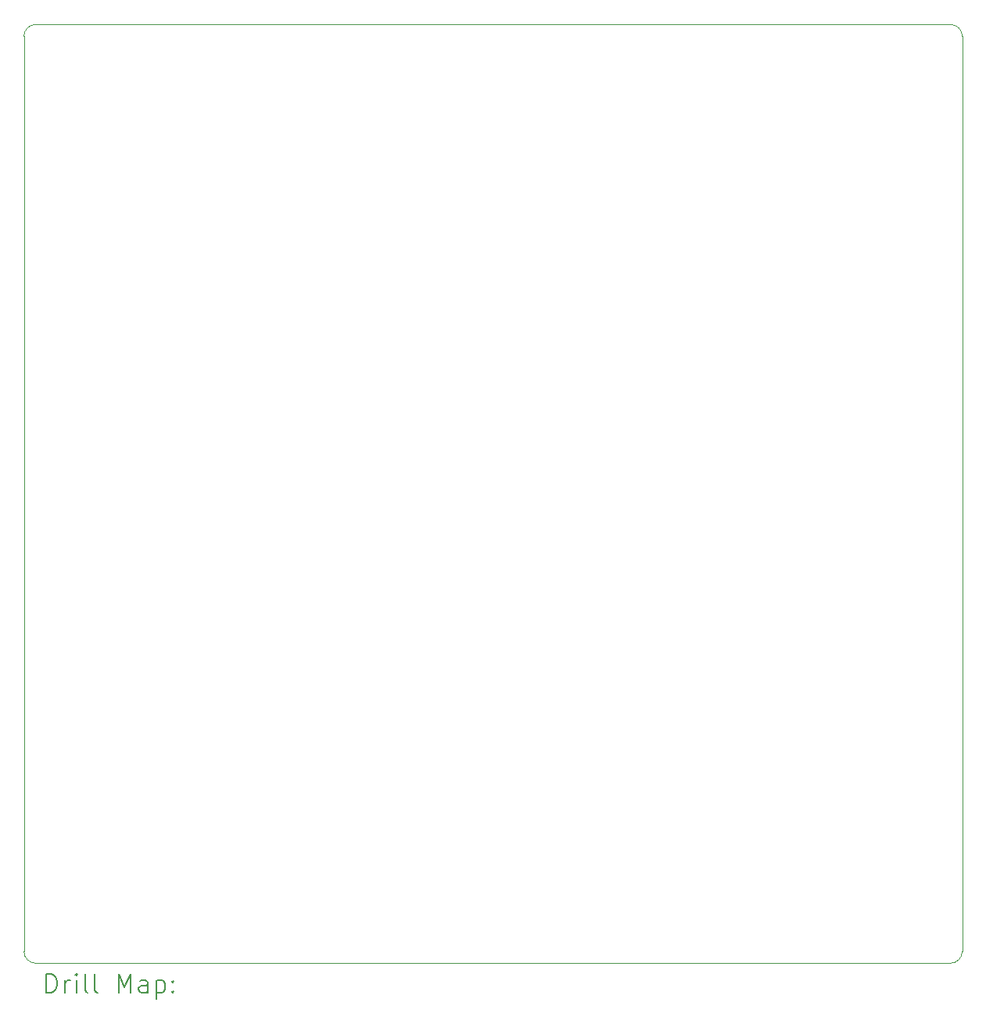
<source format=gbr>
%TF.GenerationSoftware,KiCad,Pcbnew,7.0.2*%
%TF.CreationDate,2024-03-28T21:29:17-05:00*%
%TF.ProjectId,Relay_board_hardware,52656c61-795f-4626-9f61-72645f686172,rev?*%
%TF.SameCoordinates,Original*%
%TF.FileFunction,Drillmap*%
%TF.FilePolarity,Positive*%
%FSLAX45Y45*%
G04 Gerber Fmt 4.5, Leading zero omitted, Abs format (unit mm)*
G04 Created by KiCad (PCBNEW 7.0.2) date 2024-03-28 21:29:17*
%MOMM*%
%LPD*%
G01*
G04 APERTURE LIST*
%ADD10C,0.100000*%
%ADD11C,0.200000*%
G04 APERTURE END LIST*
D10*
X10160000Y-5207000D02*
X10160000Y-15113000D01*
X10287000Y-15240000D02*
X20193000Y-15240000D01*
X10160000Y-15113000D02*
G75*
G03*
X10287000Y-15240000I127000J0D01*
G01*
X10287000Y-5080000D02*
X20193000Y-5080000D01*
X20193000Y-15240000D02*
G75*
G03*
X20320000Y-15113000I0J127000D01*
G01*
X20320000Y-15113000D02*
X20320000Y-5207000D01*
X20320000Y-5207000D02*
G75*
G03*
X20193000Y-5080000I-127000J0D01*
G01*
X10287000Y-5080000D02*
G75*
G03*
X10160000Y-5207000I0J-127000D01*
G01*
D11*
X10402619Y-15557524D02*
X10402619Y-15357524D01*
X10402619Y-15357524D02*
X10450238Y-15357524D01*
X10450238Y-15357524D02*
X10478810Y-15367048D01*
X10478810Y-15367048D02*
X10497857Y-15386095D01*
X10497857Y-15386095D02*
X10507381Y-15405143D01*
X10507381Y-15405143D02*
X10516905Y-15443238D01*
X10516905Y-15443238D02*
X10516905Y-15471809D01*
X10516905Y-15471809D02*
X10507381Y-15509905D01*
X10507381Y-15509905D02*
X10497857Y-15528952D01*
X10497857Y-15528952D02*
X10478810Y-15548000D01*
X10478810Y-15548000D02*
X10450238Y-15557524D01*
X10450238Y-15557524D02*
X10402619Y-15557524D01*
X10602619Y-15557524D02*
X10602619Y-15424190D01*
X10602619Y-15462286D02*
X10612143Y-15443238D01*
X10612143Y-15443238D02*
X10621667Y-15433714D01*
X10621667Y-15433714D02*
X10640714Y-15424190D01*
X10640714Y-15424190D02*
X10659762Y-15424190D01*
X10726429Y-15557524D02*
X10726429Y-15424190D01*
X10726429Y-15357524D02*
X10716905Y-15367048D01*
X10716905Y-15367048D02*
X10726429Y-15376571D01*
X10726429Y-15376571D02*
X10735952Y-15367048D01*
X10735952Y-15367048D02*
X10726429Y-15357524D01*
X10726429Y-15357524D02*
X10726429Y-15376571D01*
X10850238Y-15557524D02*
X10831190Y-15548000D01*
X10831190Y-15548000D02*
X10821667Y-15528952D01*
X10821667Y-15528952D02*
X10821667Y-15357524D01*
X10955000Y-15557524D02*
X10935952Y-15548000D01*
X10935952Y-15548000D02*
X10926429Y-15528952D01*
X10926429Y-15528952D02*
X10926429Y-15357524D01*
X11183571Y-15557524D02*
X11183571Y-15357524D01*
X11183571Y-15357524D02*
X11250238Y-15500381D01*
X11250238Y-15500381D02*
X11316905Y-15357524D01*
X11316905Y-15357524D02*
X11316905Y-15557524D01*
X11497857Y-15557524D02*
X11497857Y-15452762D01*
X11497857Y-15452762D02*
X11488333Y-15433714D01*
X11488333Y-15433714D02*
X11469286Y-15424190D01*
X11469286Y-15424190D02*
X11431190Y-15424190D01*
X11431190Y-15424190D02*
X11412143Y-15433714D01*
X11497857Y-15548000D02*
X11478809Y-15557524D01*
X11478809Y-15557524D02*
X11431190Y-15557524D01*
X11431190Y-15557524D02*
X11412143Y-15548000D01*
X11412143Y-15548000D02*
X11402619Y-15528952D01*
X11402619Y-15528952D02*
X11402619Y-15509905D01*
X11402619Y-15509905D02*
X11412143Y-15490857D01*
X11412143Y-15490857D02*
X11431190Y-15481333D01*
X11431190Y-15481333D02*
X11478809Y-15481333D01*
X11478809Y-15481333D02*
X11497857Y-15471809D01*
X11593095Y-15424190D02*
X11593095Y-15624190D01*
X11593095Y-15433714D02*
X11612143Y-15424190D01*
X11612143Y-15424190D02*
X11650238Y-15424190D01*
X11650238Y-15424190D02*
X11669286Y-15433714D01*
X11669286Y-15433714D02*
X11678809Y-15443238D01*
X11678809Y-15443238D02*
X11688333Y-15462286D01*
X11688333Y-15462286D02*
X11688333Y-15519428D01*
X11688333Y-15519428D02*
X11678809Y-15538476D01*
X11678809Y-15538476D02*
X11669286Y-15548000D01*
X11669286Y-15548000D02*
X11650238Y-15557524D01*
X11650238Y-15557524D02*
X11612143Y-15557524D01*
X11612143Y-15557524D02*
X11593095Y-15548000D01*
X11774048Y-15538476D02*
X11783571Y-15548000D01*
X11783571Y-15548000D02*
X11774048Y-15557524D01*
X11774048Y-15557524D02*
X11764524Y-15548000D01*
X11764524Y-15548000D02*
X11774048Y-15538476D01*
X11774048Y-15538476D02*
X11774048Y-15557524D01*
X11774048Y-15433714D02*
X11783571Y-15443238D01*
X11783571Y-15443238D02*
X11774048Y-15452762D01*
X11774048Y-15452762D02*
X11764524Y-15443238D01*
X11764524Y-15443238D02*
X11774048Y-15433714D01*
X11774048Y-15433714D02*
X11774048Y-15452762D01*
M02*

</source>
